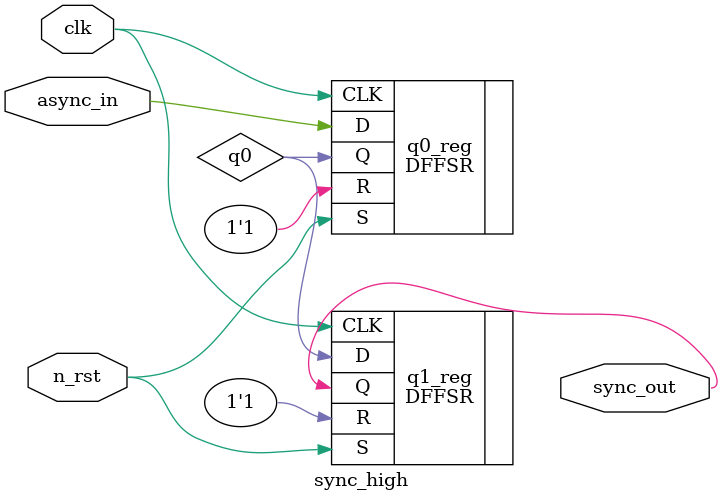
<source format=v>


module sync_high ( clk, n_rst, async_in, sync_out );
  input clk, n_rst, async_in;
  output sync_out;
  wire   q0;

  DFFSR q0_reg ( .D(async_in), .CLK(clk), .R(1'b1), .S(n_rst), .Q(q0) );
  DFFSR q1_reg ( .D(q0), .CLK(clk), .R(1'b1), .S(n_rst), .Q(sync_out) );
endmodule


</source>
